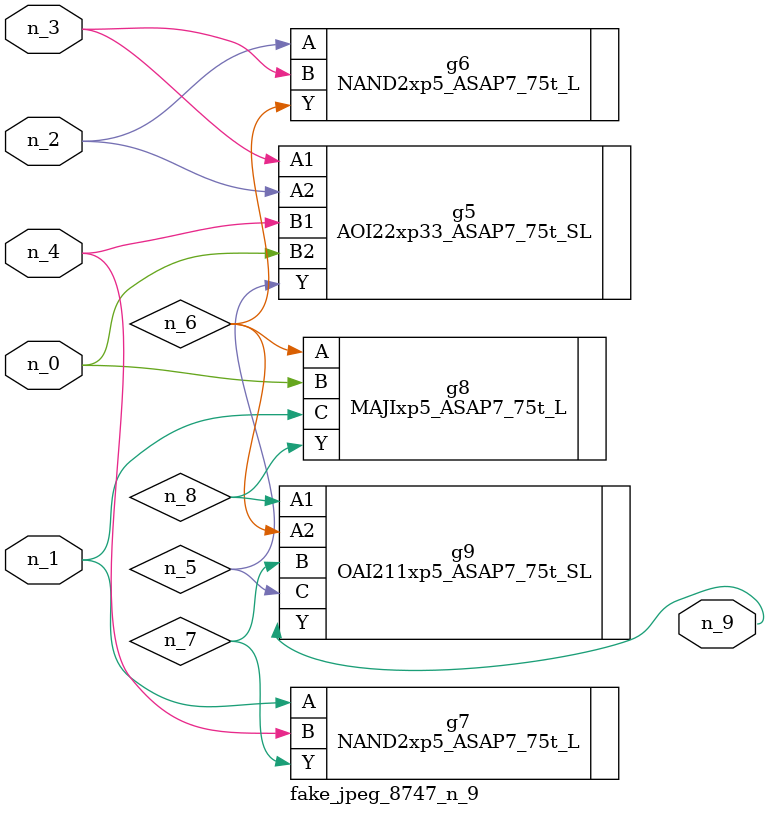
<source format=v>
module fake_jpeg_8747_n_9 (n_3, n_2, n_1, n_0, n_4, n_9);

input n_3;
input n_2;
input n_1;
input n_0;
input n_4;

output n_9;

wire n_8;
wire n_6;
wire n_5;
wire n_7;

AOI22xp33_ASAP7_75t_SL g5 ( 
.A1(n_3),
.A2(n_2),
.B1(n_4),
.B2(n_0),
.Y(n_5)
);

NAND2xp5_ASAP7_75t_L g6 ( 
.A(n_2),
.B(n_3),
.Y(n_6)
);

NAND2xp5_ASAP7_75t_L g7 ( 
.A(n_1),
.B(n_4),
.Y(n_7)
);

MAJIxp5_ASAP7_75t_L g8 ( 
.A(n_6),
.B(n_0),
.C(n_1),
.Y(n_8)
);

OAI211xp5_ASAP7_75t_SL g9 ( 
.A1(n_8),
.A2(n_6),
.B(n_7),
.C(n_5),
.Y(n_9)
);


endmodule
</source>
